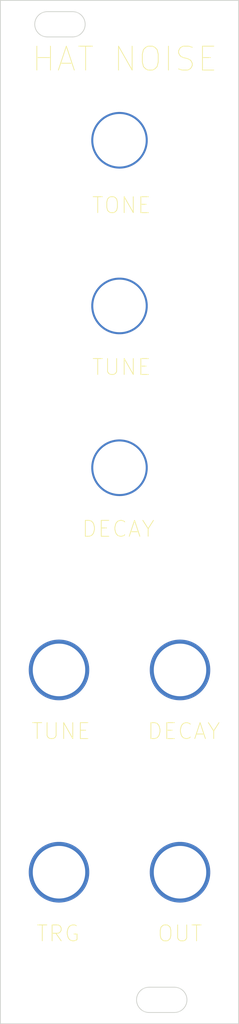
<source format=kicad_pcb>
(kicad_pcb (version 20240108) (generator "pcbnew") (generator_version "8.0")
  (layers (0 "F.Cu" signal) (31 "B.Cu" signal) (34 "B.Paste" user) (35 "F.Paste" user) (36 "B.SilkS" user "B.Silkscreen") (37 "F.SilkS" user "F.Silkscreen") (38 "B.Mask" user) (39 "F.Mask" user) (44 "Edge.Cuts" user))
  (net 0 "")
  (footprint "PCM_4ms_Faceplate:Faceplate_Hole_Pot_9mm" (layer "F.Cu") (at 65.8 68.363743)
    (property "Reference" "REF**" (hide yes))
    (property "Value" "Faceplate_Hole_Pot_9mm" (hide yes))
    (pad "1" thru_hole circle (at 0 0) (size 7.112 7.112) (drill 6.604) (layers "*.Cu" "*.Mask"))
  )
  (footprint "PCM_4ms_Faceplate:Faceplate_Hole_Jack_3.5mm" (layer "F.Cu") (at 58.18 134.873643)
    (property "Reference" "REF**" (hide yes))
    (property "Value" "GND" (hide yes))
    (pad "1" thru_hole circle (at 0 0) (size 7.62 7.62) (drill 6.604) (layers "*.Cu" "*.Mask"))
  )
  (footprint "PCM_4ms_Faceplate:Faceplate_Hole_Pot_9mm" (layer "F.Cu") (at 65.8 89.166343)
    (property "Reference" "REF**" (hide yes))
    (property "Value" "Faceplate_Hole_Pot_9mm" (hide yes))
    (pad "1" thru_hole circle (at 0 0) (size 7.112 7.112) (drill 6.604) (layers "*.Cu" "*.Mask"))
  )
  (footprint "PCM_4ms_Faceplate:Faceplate_Rail_Mount_Slot" (layer "F.Cu") (at 58.3 53.8)
    (property "Reference" "REF**" (hide yes))
    (property "Value" "Rail_mount_slot" (hide yes))
    (fp_line (start -1.5875 -1.5875) (end 1.5875 -1.5875) (stroke (width 0.1)) (layer "Edge.Cuts"))
    (fp_line (start -1.5875 1.5875) (end 1.5875 1.5875) (stroke (width 0.1)) (layer "Edge.Cuts"))
    (fp_arc (start -1.5875 1.5875) (mid -3.175 0) (end -1.5875 -1.5875) (stroke (width 0.1)) (layer "Edge.Cuts"))
    (fp_arc (start 1.5875 -1.5875) (mid 3.175 0) (end 1.5875 1.5875) (stroke (width 0.1)) (layer "Edge.Cuts"))
  )
  (footprint "PCM_4ms_Faceplate:Faceplate_Hole_Jack_3.5mm" (layer "F.Cu") (at 73.42 160.273643)
    (property "Reference" "REF**" (hide yes))
    (property "Value" "GND" (hide yes))
    (pad "1" thru_hole circle (at 0 0) (size 7.62 7.62) (drill 6.604) (layers "*.Cu" "*.Mask"))
  )
  (footprint "PCM_4ms_Faceplate:Faceplate_Hole_Jack_3.5mm" (layer "F.Cu") (at 73.42 134.873643)
    (property "Reference" "REF**" (hide yes))
    (property "Value" "GND" (hide yes))
    (pad "1" thru_hole circle (at 0 0) (size 7.62 7.62) (drill 6.604) (layers "*.Cu" "*.Mask"))
  )
  (footprint "PCM_4ms_Faceplate:Faceplate_Hole_Pot_9mm" (layer "F.Cu") (at 65.799837 109.4845)
    (property "Reference" "REF**" (hide yes))
    (property "Value" "Faceplate_Hole_Pot_9mm" (hide yes))
    (pad "1" thru_hole circle (at 0 0) (size 7.112 7.112) (drill 6.604) (layers "*.Cu" "*.Mask"))
  )
  (footprint "PCM_4ms_Faceplate:Faceplate_Rail_Mount_Slot" (layer "F.Cu") (at 71.12 176.3)
    (property "Reference" "REF**" (hide yes))
    (property "Value" "Rail_mount_slot" (hide yes))
    (fp_line (start -1.5875 -1.5875) (end 1.5875 -1.5875) (stroke (width 0.1)) (layer "Edge.Cuts"))
    (fp_line (start -1.5875 1.5875) (end 1.5875 1.5875) (stroke (width 0.1)) (layer "Edge.Cuts"))
    (fp_arc (start -1.5875 1.5875) (mid -3.175 0) (end -1.5875 -1.5875) (stroke (width 0.1)) (layer "Edge.Cuts"))
    (fp_arc (start 1.5875 -1.5875) (mid 3.175 0) (end 1.5875 1.5875) (stroke (width 0.1)) (layer "Edge.Cuts"))
  )
  (footprint "PCM_4ms_Faceplate:Faceplate_Hole_Jack_3.5mm" (layer "F.Cu") (at 58.18 160.273643)
    (property "Reference" "REF**" (hide yes))
    (property "Value" "GND" (hide yes))
    (pad "1" thru_hole circle (at 0 0) (size 7.62 7.62) (drill 6.604) (layers "*.Cu" "*.Mask"))
  )
  (gr_rect (start 50.8 50.8) (end 80.8 179.3) (stroke (width 0.1)) (fill none) (layer "Edge.Cuts"))
  (gr_text "TUNE" (at 62.23 98.02 0) (layer "F.SilkS") (effects (font (size 2 2) (thickness 0.1)) (justify left bottom)))
  (gr_text "TONE" (at 62.23 77.7 0) (layer "F.SilkS") (effects (font (size 2 2) (thickness 0.1)) (justify left bottom)))
  (gr_text "DECAY" (at 60.96 118.34 0) (layer "F.SilkS") (effects (font (size 2 2) (thickness 0.1)) (justify left bottom)))
  (gr_text "DECAY" (at 69.215 143.74 0) (layer "F.SilkS") (effects (font (size 2 2) (thickness 0.1)) (justify left bottom)))
  (gr_text "HAT NOISE" (at 54.61 59.92 0) (layer "F.SilkS") (effects (font (size 3 3) (thickness 0.1)) (justify left bottom)))
  (gr_text "OUT" (at 70.485 169.14 0) (layer "F.SilkS") (effects (font (size 2 2) (thickness 0.1)) (justify left bottom)))
  (gr_text "TRG" (at 55.245 169.14 0) (layer "F.SilkS") (effects (font (size 2 2) (thickness 0.1)) (justify left bottom)))
  (gr_text "TUNE" (at 54.61 143.74 0) (layer "F.SilkS") (effects (font (size 2 2) (thickness 0.1)) (justify left bottom)))
)
</source>
